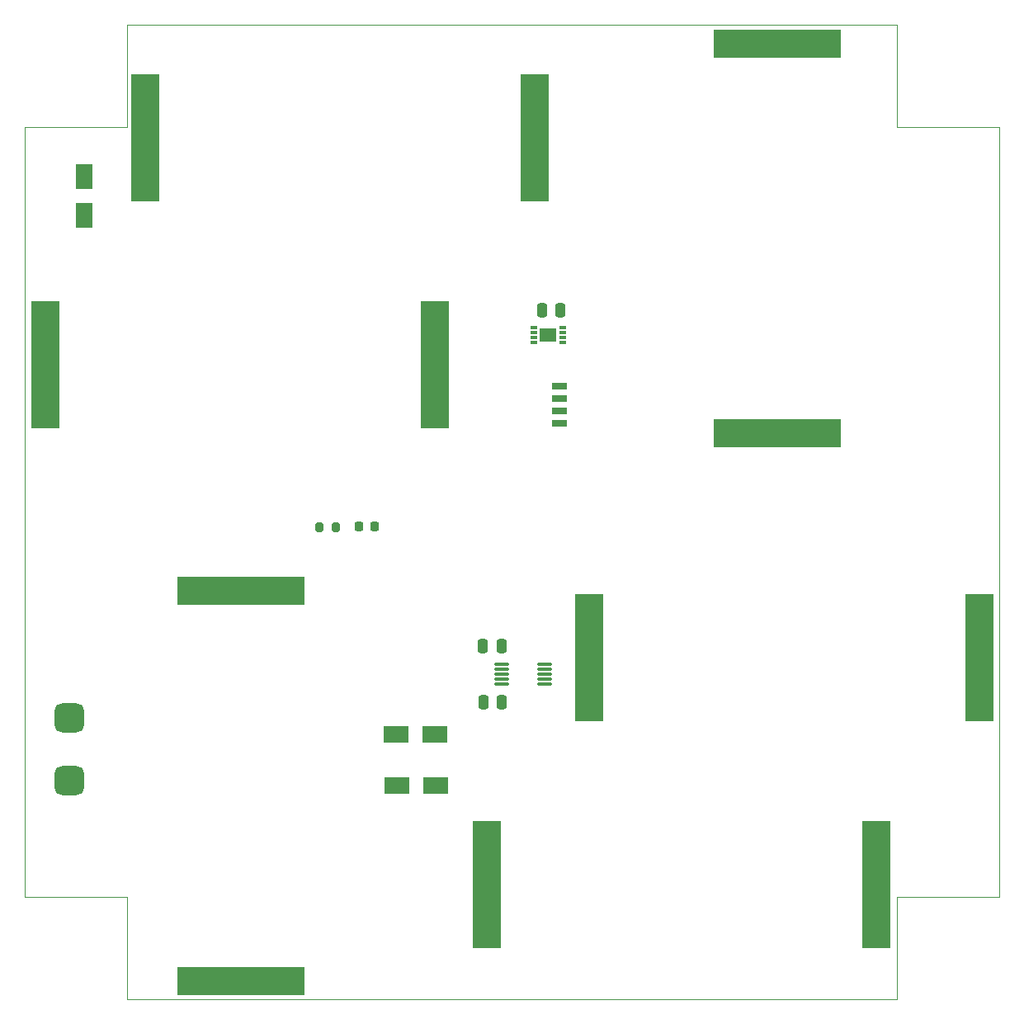
<source format=gbr>
%TF.GenerationSoftware,KiCad,Pcbnew,(6.0.9)*%
%TF.CreationDate,2023-03-20T12:04:43-07:00*%
%TF.ProjectId,solar-panel-side-Z,736f6c61-722d-4706-916e-656c2d736964,3.0*%
%TF.SameCoordinates,Original*%
%TF.FileFunction,Paste,Top*%
%TF.FilePolarity,Positive*%
%FSLAX46Y46*%
G04 Gerber Fmt 4.6, Leading zero omitted, Abs format (unit mm)*
G04 Created by KiCad (PCBNEW (6.0.9)) date 2023-03-20 12:04:43*
%MOMM*%
%LPD*%
G01*
G04 APERTURE LIST*
G04 Aperture macros list*
%AMRoundRect*
0 Rectangle with rounded corners*
0 $1 Rounding radius*
0 $2 $3 $4 $5 $6 $7 $8 $9 X,Y pos of 4 corners*
0 Add a 4 corners polygon primitive as box body*
4,1,4,$2,$3,$4,$5,$6,$7,$8,$9,$2,$3,0*
0 Add four circle primitives for the rounded corners*
1,1,$1+$1,$2,$3*
1,1,$1+$1,$4,$5*
1,1,$1+$1,$6,$7*
1,1,$1+$1,$8,$9*
0 Add four rect primitives between the rounded corners*
20,1,$1+$1,$2,$3,$4,$5,0*
20,1,$1+$1,$4,$5,$6,$7,0*
20,1,$1+$1,$6,$7,$8,$9,0*
20,1,$1+$1,$8,$9,$2,$3,0*%
G04 Aperture macros list end*
%TA.AperFunction,Profile*%
%ADD10C,0.050000*%
%TD*%
%ADD11R,2.500000X1.700000*%
%ADD12RoundRect,0.750000X-0.750000X-0.750000X0.750000X-0.750000X0.750000X0.750000X-0.750000X0.750000X0*%
%ADD13RoundRect,0.218750X0.218750X0.256250X-0.218750X0.256250X-0.218750X-0.256250X0.218750X-0.256250X0*%
%ADD14RoundRect,0.250000X0.250000X0.475000X-0.250000X0.475000X-0.250000X-0.475000X0.250000X-0.475000X0*%
%ADD15R,0.750000X0.300000*%
%ADD16R,1.750000X1.450000*%
%ADD17R,3.000000X13.000000*%
%ADD18R,13.000000X3.000000*%
%ADD19RoundRect,0.200000X-0.200000X-0.275000X0.200000X-0.275000X0.200000X0.275000X-0.200000X0.275000X0*%
%ADD20RoundRect,0.075000X-0.650000X-0.075000X0.650000X-0.075000X0.650000X0.075000X-0.650000X0.075000X0*%
%ADD21R,1.600000X0.700000*%
%ADD22R,1.700000X2.500000*%
G04 APERTURE END LIST*
D10*
X99500000Y-45500000D02*
X110000000Y-45500000D01*
X189000000Y-135000000D02*
X110000000Y-135000000D01*
X199500000Y-124500000D02*
X189000000Y-124500000D01*
X189000000Y-45500000D02*
X199500000Y-45500000D01*
X99500000Y-124500000D02*
X99500000Y-45500000D01*
X110000000Y-135000000D02*
X110000000Y-124500000D01*
X110000000Y-35000000D02*
X189000000Y-35000000D01*
X110000000Y-124500000D02*
X99500000Y-124500000D01*
X199500000Y-45500000D02*
X199500000Y-124500000D01*
X189000000Y-35000000D02*
X189000000Y-45500000D01*
X110000000Y-45500000D02*
X110000000Y-35000000D01*
X189000000Y-124500000D02*
X189000000Y-135000000D01*
D11*
%TO.C,D3*%
X141590000Y-107770000D03*
X137590000Y-107770000D03*
%TD*%
D12*
%TO.C,TP1*%
X104050000Y-106110000D03*
%TD*%
D13*
%TO.C,D5*%
X135390000Y-86480000D03*
X133815000Y-86480000D03*
%TD*%
D14*
%TO.C,C3*%
X148430000Y-98750000D03*
X146530000Y-98750000D03*
%TD*%
D15*
%TO.C,U3*%
X151780000Y-66080000D03*
X151780000Y-66580000D03*
X151780000Y-67080000D03*
X151780000Y-67580000D03*
X154680000Y-67580000D03*
X154680000Y-67080000D03*
X154680000Y-66580000D03*
X154680000Y-66080000D03*
D16*
X153230000Y-66830000D03*
%TD*%
D17*
%TO.C,SC5*%
X146930000Y-123240000D03*
X186930000Y-123240000D03*
%TD*%
D12*
%TO.C,TP2*%
X104080000Y-112590000D03*
%TD*%
D18*
%TO.C,SC3*%
X121720000Y-133090000D03*
X121720000Y-93090000D03*
%TD*%
D19*
%TO.C,R1*%
X129767500Y-86520000D03*
X131417500Y-86520000D03*
%TD*%
D14*
%TO.C,C2*%
X148460000Y-104540000D03*
X146560000Y-104540000D03*
%TD*%
D20*
%TO.C,U2*%
X148440000Y-100610000D03*
X148440000Y-101110000D03*
X148440000Y-101610000D03*
X148440000Y-102110000D03*
X148440000Y-102610000D03*
X152840000Y-102610000D03*
X152840000Y-102110000D03*
X152840000Y-101610000D03*
X152840000Y-101110000D03*
X152840000Y-100610000D03*
%TD*%
D11*
%TO.C,D4*%
X137680000Y-113090000D03*
X141680000Y-113090000D03*
%TD*%
D14*
%TO.C,C1*%
X154500000Y-64285000D03*
X152600000Y-64285000D03*
%TD*%
D21*
%TO.C,U1*%
X154350000Y-72095000D03*
X154350000Y-73365000D03*
X154350000Y-74635000D03*
X154350000Y-75905000D03*
%TD*%
D17*
%TO.C,SC4*%
X101620000Y-69850000D03*
X141620000Y-69850000D03*
%TD*%
%TO.C,SC6*%
X197440000Y-99920000D03*
X157440000Y-99920000D03*
%TD*%
D18*
%TO.C,SC2*%
X176760000Y-36940000D03*
X176760000Y-76940000D03*
%TD*%
D22*
%TO.C,D2*%
X105650000Y-54590000D03*
X105650000Y-50590000D03*
%TD*%
D17*
%TO.C,SC1*%
X111870000Y-46630000D03*
X151870000Y-46630000D03*
%TD*%
M02*

</source>
